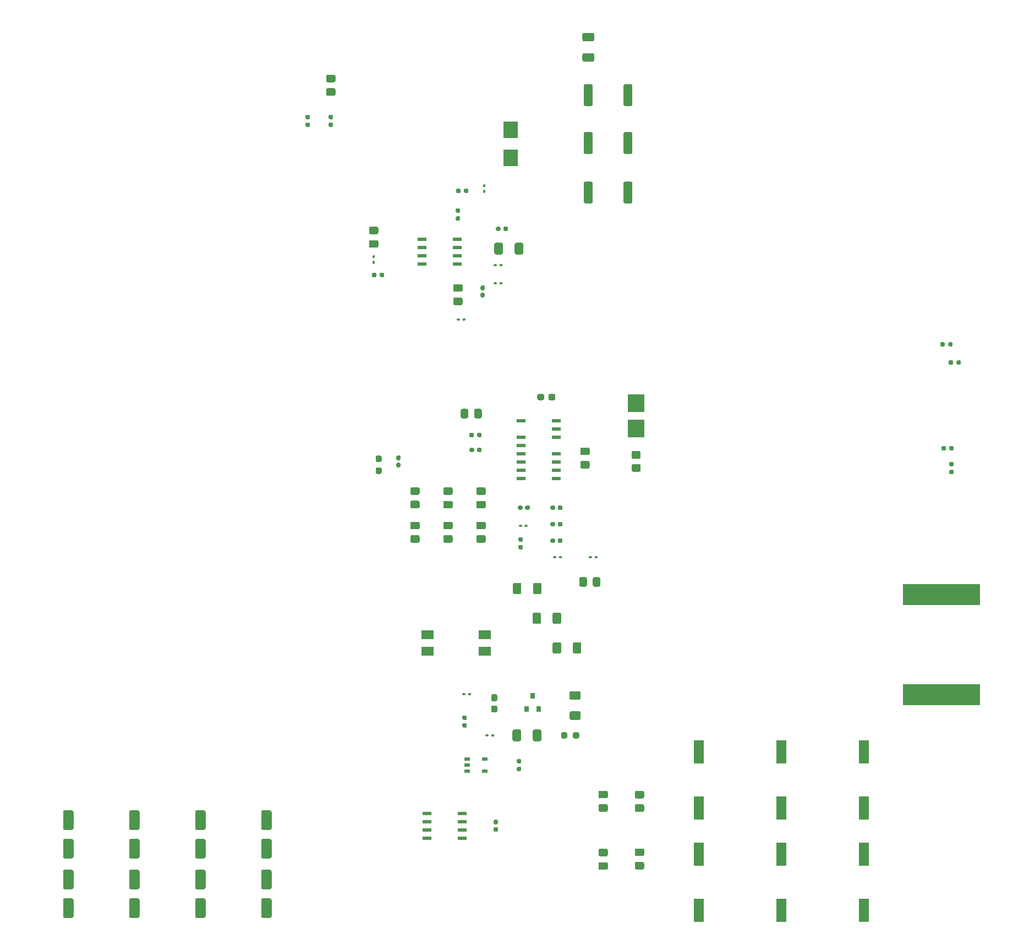
<source format=gbr>
%TF.GenerationSoftware,KiCad,Pcbnew,(5.1.8)-1*%
%TF.CreationDate,2021-03-07T20:35:29-08:00*%
%TF.ProjectId,KiCAD Simulations,4b694341-4420-4536-996d-756c6174696f,rev?*%
%TF.SameCoordinates,Original*%
%TF.FileFunction,Paste,Top*%
%TF.FilePolarity,Positive*%
%FSLAX46Y46*%
G04 Gerber Fmt 4.6, Leading zero omitted, Abs format (unit mm)*
G04 Created by KiCad (PCBNEW (5.1.8)-1) date 2021-03-07 20:35:29*
%MOMM*%
%LPD*%
G01*
G04 APERTURE LIST*
%ADD10R,11.912600X3.240799*%
%ADD11R,1.492199X3.600399*%
%ADD12R,0.972299X0.508000*%
%ADD13R,1.842999X1.447000*%
%ADD14R,1.454899X0.558000*%
%ADD15R,2.500000X2.710000*%
%ADD16R,0.800000X0.900000*%
%ADD17R,2.300000X2.500000*%
G04 APERTURE END LIST*
D10*
%TO.C,Lr1*%
X198374000Y-110944399D03*
X198374000Y-126291601D03*
%TD*%
%TO.C,Cout1*%
G36*
G01*
X144668001Y-25770000D02*
X143367999Y-25770000D01*
G75*
G02*
X143118000Y-25520001I0J249999D01*
G01*
X143118000Y-24694999D01*
G75*
G02*
X143367999Y-24445000I249999J0D01*
G01*
X144668001Y-24445000D01*
G75*
G02*
X144918000Y-24694999I0J-249999D01*
G01*
X144918000Y-25520001D01*
G75*
G02*
X144668001Y-25770000I-249999J0D01*
G01*
G37*
G36*
G01*
X144668001Y-28895000D02*
X143367999Y-28895000D01*
G75*
G02*
X143118000Y-28645001I0J249999D01*
G01*
X143118000Y-27819999D01*
G75*
G02*
X143367999Y-27570000I249999J0D01*
G01*
X144668001Y-27570000D01*
G75*
G02*
X144918000Y-27819999I0J-249999D01*
G01*
X144918000Y-28645001D01*
G75*
G02*
X144668001Y-28895000I-249999J0D01*
G01*
G37*
%TD*%
%TO.C,Rdrv2*%
G36*
G01*
X200646000Y-75344000D02*
X200646000Y-75024000D01*
G75*
G02*
X200806000Y-74864000I160000J0D01*
G01*
X201201000Y-74864000D01*
G75*
G02*
X201361000Y-75024000I0J-160000D01*
G01*
X201361000Y-75344000D01*
G75*
G02*
X201201000Y-75504000I-160000J0D01*
G01*
X200806000Y-75504000D01*
G75*
G02*
X200646000Y-75344000I0J160000D01*
G01*
G37*
G36*
G01*
X199451000Y-75344000D02*
X199451000Y-75024000D01*
G75*
G02*
X199611000Y-74864000I160000J0D01*
G01*
X200006000Y-74864000D01*
G75*
G02*
X200166000Y-75024000I0J-160000D01*
G01*
X200166000Y-75344000D01*
G75*
G02*
X200006000Y-75504000I-160000J0D01*
G01*
X199611000Y-75504000D01*
G75*
G02*
X199451000Y-75344000I0J160000D01*
G01*
G37*
%TD*%
%TO.C,Cvcr26*%
G36*
G01*
X127983000Y-95583500D02*
X127033000Y-95583500D01*
G75*
G02*
X126783000Y-95333500I0J250000D01*
G01*
X126783000Y-94658500D01*
G75*
G02*
X127033000Y-94408500I250000J0D01*
G01*
X127983000Y-94408500D01*
G75*
G02*
X128233000Y-94658500I0J-250000D01*
G01*
X128233000Y-95333500D01*
G75*
G02*
X127983000Y-95583500I-250000J0D01*
G01*
G37*
G36*
G01*
X127983000Y-97658500D02*
X127033000Y-97658500D01*
G75*
G02*
X126783000Y-97408500I0J250000D01*
G01*
X126783000Y-96733500D01*
G75*
G02*
X127033000Y-96483500I250000J0D01*
G01*
X127983000Y-96483500D01*
G75*
G02*
X128233000Y-96733500I0J-250000D01*
G01*
X128233000Y-97408500D01*
G75*
G02*
X127983000Y-97658500I-250000J0D01*
G01*
G37*
%TD*%
%TO.C,Cvcr25*%
G36*
G01*
X122903000Y-95583500D02*
X121953000Y-95583500D01*
G75*
G02*
X121703000Y-95333500I0J250000D01*
G01*
X121703000Y-94658500D01*
G75*
G02*
X121953000Y-94408500I250000J0D01*
G01*
X122903000Y-94408500D01*
G75*
G02*
X123153000Y-94658500I0J-250000D01*
G01*
X123153000Y-95333500D01*
G75*
G02*
X122903000Y-95583500I-250000J0D01*
G01*
G37*
G36*
G01*
X122903000Y-97658500D02*
X121953000Y-97658500D01*
G75*
G02*
X121703000Y-97408500I0J250000D01*
G01*
X121703000Y-96733500D01*
G75*
G02*
X121953000Y-96483500I250000J0D01*
G01*
X122903000Y-96483500D01*
G75*
G02*
X123153000Y-96733500I0J-250000D01*
G01*
X123153000Y-97408500D01*
G75*
G02*
X122903000Y-97658500I-250000J0D01*
G01*
G37*
%TD*%
%TO.C,Cvcr24*%
G36*
G01*
X117823000Y-95562000D02*
X116873000Y-95562000D01*
G75*
G02*
X116623000Y-95312000I0J250000D01*
G01*
X116623000Y-94637000D01*
G75*
G02*
X116873000Y-94387000I250000J0D01*
G01*
X117823000Y-94387000D01*
G75*
G02*
X118073000Y-94637000I0J-250000D01*
G01*
X118073000Y-95312000D01*
G75*
G02*
X117823000Y-95562000I-250000J0D01*
G01*
G37*
G36*
G01*
X117823000Y-97637000D02*
X116873000Y-97637000D01*
G75*
G02*
X116623000Y-97387000I0J250000D01*
G01*
X116623000Y-96712000D01*
G75*
G02*
X116873000Y-96462000I250000J0D01*
G01*
X117823000Y-96462000D01*
G75*
G02*
X118073000Y-96712000I0J-250000D01*
G01*
X118073000Y-97387000D01*
G75*
G02*
X117823000Y-97637000I-250000J0D01*
G01*
G37*
%TD*%
%TO.C,Cvcr23*%
G36*
G01*
X116873000Y-101774500D02*
X117823000Y-101774500D01*
G75*
G02*
X118073000Y-102024500I0J-250000D01*
G01*
X118073000Y-102699500D01*
G75*
G02*
X117823000Y-102949500I-250000J0D01*
G01*
X116873000Y-102949500D01*
G75*
G02*
X116623000Y-102699500I0J250000D01*
G01*
X116623000Y-102024500D01*
G75*
G02*
X116873000Y-101774500I250000J0D01*
G01*
G37*
G36*
G01*
X116873000Y-99699500D02*
X117823000Y-99699500D01*
G75*
G02*
X118073000Y-99949500I0J-250000D01*
G01*
X118073000Y-100624500D01*
G75*
G02*
X117823000Y-100874500I-250000J0D01*
G01*
X116873000Y-100874500D01*
G75*
G02*
X116623000Y-100624500I0J250000D01*
G01*
X116623000Y-99949500D01*
G75*
G02*
X116873000Y-99699500I250000J0D01*
G01*
G37*
%TD*%
%TO.C,Cvcr22*%
G36*
G01*
X121953000Y-101774500D02*
X122903000Y-101774500D01*
G75*
G02*
X123153000Y-102024500I0J-250000D01*
G01*
X123153000Y-102699500D01*
G75*
G02*
X122903000Y-102949500I-250000J0D01*
G01*
X121953000Y-102949500D01*
G75*
G02*
X121703000Y-102699500I0J250000D01*
G01*
X121703000Y-102024500D01*
G75*
G02*
X121953000Y-101774500I250000J0D01*
G01*
G37*
G36*
G01*
X121953000Y-99699500D02*
X122903000Y-99699500D01*
G75*
G02*
X123153000Y-99949500I0J-250000D01*
G01*
X123153000Y-100624500D01*
G75*
G02*
X122903000Y-100874500I-250000J0D01*
G01*
X121953000Y-100874500D01*
G75*
G02*
X121703000Y-100624500I0J250000D01*
G01*
X121703000Y-99949500D01*
G75*
G02*
X121953000Y-99699500I250000J0D01*
G01*
G37*
%TD*%
%TO.C,Cvcr21*%
G36*
G01*
X127033000Y-101774500D02*
X127983000Y-101774500D01*
G75*
G02*
X128233000Y-102024500I0J-250000D01*
G01*
X128233000Y-102699500D01*
G75*
G02*
X127983000Y-102949500I-250000J0D01*
G01*
X127033000Y-102949500D01*
G75*
G02*
X126783000Y-102699500I0J250000D01*
G01*
X126783000Y-102024500D01*
G75*
G02*
X127033000Y-101774500I250000J0D01*
G01*
G37*
G36*
G01*
X127033000Y-99699500D02*
X127983000Y-99699500D01*
G75*
G02*
X128233000Y-99949500I0J-250000D01*
G01*
X128233000Y-100624500D01*
G75*
G02*
X127983000Y-100874500I-250000J0D01*
G01*
X127033000Y-100874500D01*
G75*
G02*
X126783000Y-100624500I0J250000D01*
G01*
X126783000Y-99949500D01*
G75*
G02*
X127033000Y-99699500I250000J0D01*
G01*
G37*
%TD*%
%TO.C,Cvcc28*%
G36*
G01*
X63458000Y-157672000D02*
X64558000Y-157672000D01*
G75*
G02*
X64808000Y-157922000I0J-250000D01*
G01*
X64808000Y-160422000D01*
G75*
G02*
X64558000Y-160672000I-250000J0D01*
G01*
X63458000Y-160672000D01*
G75*
G02*
X63208000Y-160422000I0J250000D01*
G01*
X63208000Y-157922000D01*
G75*
G02*
X63458000Y-157672000I250000J0D01*
G01*
G37*
G36*
G01*
X63458000Y-153272000D02*
X64558000Y-153272000D01*
G75*
G02*
X64808000Y-153522000I0J-250000D01*
G01*
X64808000Y-156022000D01*
G75*
G02*
X64558000Y-156272000I-250000J0D01*
G01*
X63458000Y-156272000D01*
G75*
G02*
X63208000Y-156022000I0J250000D01*
G01*
X63208000Y-153522000D01*
G75*
G02*
X63458000Y-153272000I250000J0D01*
G01*
G37*
%TD*%
%TO.C,Cvcc27*%
G36*
G01*
X73618000Y-157672000D02*
X74718000Y-157672000D01*
G75*
G02*
X74968000Y-157922000I0J-250000D01*
G01*
X74968000Y-160422000D01*
G75*
G02*
X74718000Y-160672000I-250000J0D01*
G01*
X73618000Y-160672000D01*
G75*
G02*
X73368000Y-160422000I0J250000D01*
G01*
X73368000Y-157922000D01*
G75*
G02*
X73618000Y-157672000I250000J0D01*
G01*
G37*
G36*
G01*
X73618000Y-153272000D02*
X74718000Y-153272000D01*
G75*
G02*
X74968000Y-153522000I0J-250000D01*
G01*
X74968000Y-156022000D01*
G75*
G02*
X74718000Y-156272000I-250000J0D01*
G01*
X73618000Y-156272000D01*
G75*
G02*
X73368000Y-156022000I0J250000D01*
G01*
X73368000Y-153522000D01*
G75*
G02*
X73618000Y-153272000I250000J0D01*
G01*
G37*
%TD*%
%TO.C,Cvcc26*%
G36*
G01*
X83778000Y-157672000D02*
X84878000Y-157672000D01*
G75*
G02*
X85128000Y-157922000I0J-250000D01*
G01*
X85128000Y-160422000D01*
G75*
G02*
X84878000Y-160672000I-250000J0D01*
G01*
X83778000Y-160672000D01*
G75*
G02*
X83528000Y-160422000I0J250000D01*
G01*
X83528000Y-157922000D01*
G75*
G02*
X83778000Y-157672000I250000J0D01*
G01*
G37*
G36*
G01*
X83778000Y-153272000D02*
X84878000Y-153272000D01*
G75*
G02*
X85128000Y-153522000I0J-250000D01*
G01*
X85128000Y-156022000D01*
G75*
G02*
X84878000Y-156272000I-250000J0D01*
G01*
X83778000Y-156272000D01*
G75*
G02*
X83528000Y-156022000I0J250000D01*
G01*
X83528000Y-153522000D01*
G75*
G02*
X83778000Y-153272000I250000J0D01*
G01*
G37*
%TD*%
%TO.C,Cvcc25*%
G36*
G01*
X93938000Y-157672000D02*
X95038000Y-157672000D01*
G75*
G02*
X95288000Y-157922000I0J-250000D01*
G01*
X95288000Y-160422000D01*
G75*
G02*
X95038000Y-160672000I-250000J0D01*
G01*
X93938000Y-160672000D01*
G75*
G02*
X93688000Y-160422000I0J250000D01*
G01*
X93688000Y-157922000D01*
G75*
G02*
X93938000Y-157672000I250000J0D01*
G01*
G37*
G36*
G01*
X93938000Y-153272000D02*
X95038000Y-153272000D01*
G75*
G02*
X95288000Y-153522000I0J-250000D01*
G01*
X95288000Y-156022000D01*
G75*
G02*
X95038000Y-156272000I-250000J0D01*
G01*
X93938000Y-156272000D01*
G75*
G02*
X93688000Y-156022000I0J250000D01*
G01*
X93688000Y-153522000D01*
G75*
G02*
X93938000Y-153272000I250000J0D01*
G01*
G37*
%TD*%
%TO.C,Cvcc24*%
G36*
G01*
X95038000Y-147128000D02*
X93938000Y-147128000D01*
G75*
G02*
X93688000Y-146878000I0J250000D01*
G01*
X93688000Y-144378000D01*
G75*
G02*
X93938000Y-144128000I250000J0D01*
G01*
X95038000Y-144128000D01*
G75*
G02*
X95288000Y-144378000I0J-250000D01*
G01*
X95288000Y-146878000D01*
G75*
G02*
X95038000Y-147128000I-250000J0D01*
G01*
G37*
G36*
G01*
X95038000Y-151528000D02*
X93938000Y-151528000D01*
G75*
G02*
X93688000Y-151278000I0J250000D01*
G01*
X93688000Y-148778000D01*
G75*
G02*
X93938000Y-148528000I250000J0D01*
G01*
X95038000Y-148528000D01*
G75*
G02*
X95288000Y-148778000I0J-250000D01*
G01*
X95288000Y-151278000D01*
G75*
G02*
X95038000Y-151528000I-250000J0D01*
G01*
G37*
%TD*%
%TO.C,Cvcc23*%
G36*
G01*
X84878000Y-147128000D02*
X83778000Y-147128000D01*
G75*
G02*
X83528000Y-146878000I0J250000D01*
G01*
X83528000Y-144378000D01*
G75*
G02*
X83778000Y-144128000I250000J0D01*
G01*
X84878000Y-144128000D01*
G75*
G02*
X85128000Y-144378000I0J-250000D01*
G01*
X85128000Y-146878000D01*
G75*
G02*
X84878000Y-147128000I-250000J0D01*
G01*
G37*
G36*
G01*
X84878000Y-151528000D02*
X83778000Y-151528000D01*
G75*
G02*
X83528000Y-151278000I0J250000D01*
G01*
X83528000Y-148778000D01*
G75*
G02*
X83778000Y-148528000I250000J0D01*
G01*
X84878000Y-148528000D01*
G75*
G02*
X85128000Y-148778000I0J-250000D01*
G01*
X85128000Y-151278000D01*
G75*
G02*
X84878000Y-151528000I-250000J0D01*
G01*
G37*
%TD*%
%TO.C,Cvcc22*%
G36*
G01*
X74718000Y-147128000D02*
X73618000Y-147128000D01*
G75*
G02*
X73368000Y-146878000I0J250000D01*
G01*
X73368000Y-144378000D01*
G75*
G02*
X73618000Y-144128000I250000J0D01*
G01*
X74718000Y-144128000D01*
G75*
G02*
X74968000Y-144378000I0J-250000D01*
G01*
X74968000Y-146878000D01*
G75*
G02*
X74718000Y-147128000I-250000J0D01*
G01*
G37*
G36*
G01*
X74718000Y-151528000D02*
X73618000Y-151528000D01*
G75*
G02*
X73368000Y-151278000I0J250000D01*
G01*
X73368000Y-148778000D01*
G75*
G02*
X73618000Y-148528000I250000J0D01*
G01*
X74718000Y-148528000D01*
G75*
G02*
X74968000Y-148778000I0J-250000D01*
G01*
X74968000Y-151278000D01*
G75*
G02*
X74718000Y-151528000I-250000J0D01*
G01*
G37*
%TD*%
%TO.C,Cvcc21*%
G36*
G01*
X64558000Y-147128000D02*
X63458000Y-147128000D01*
G75*
G02*
X63208000Y-146878000I0J250000D01*
G01*
X63208000Y-144378000D01*
G75*
G02*
X63458000Y-144128000I250000J0D01*
G01*
X64558000Y-144128000D01*
G75*
G02*
X64808000Y-144378000I0J-250000D01*
G01*
X64808000Y-146878000D01*
G75*
G02*
X64558000Y-147128000I-250000J0D01*
G01*
G37*
G36*
G01*
X64558000Y-151528000D02*
X63458000Y-151528000D01*
G75*
G02*
X63208000Y-151278000I0J250000D01*
G01*
X63208000Y-148778000D01*
G75*
G02*
X63458000Y-148528000I250000J0D01*
G01*
X64558000Y-148528000D01*
G75*
G02*
X64808000Y-148778000I0J-250000D01*
G01*
X64808000Y-151278000D01*
G75*
G02*
X64558000Y-151528000I-250000J0D01*
G01*
G37*
%TD*%
%TO.C,Css13*%
G36*
G01*
X138932500Y-102461000D02*
X138932500Y-102771000D01*
G75*
G02*
X138777500Y-102926000I-155000J0D01*
G01*
X138352500Y-102926000D01*
G75*
G02*
X138197500Y-102771000I0J155000D01*
G01*
X138197500Y-102461000D01*
G75*
G02*
X138352500Y-102306000I155000J0D01*
G01*
X138777500Y-102306000D01*
G75*
G02*
X138932500Y-102461000I0J-155000D01*
G01*
G37*
G36*
G01*
X140067500Y-102461000D02*
X140067500Y-102771000D01*
G75*
G02*
X139912500Y-102926000I-155000J0D01*
G01*
X139487500Y-102926000D01*
G75*
G02*
X139332500Y-102771000I0J155000D01*
G01*
X139332500Y-102461000D01*
G75*
G02*
X139487500Y-102306000I155000J0D01*
G01*
X139912500Y-102306000D01*
G75*
G02*
X140067500Y-102461000I0J-155000D01*
G01*
G37*
%TD*%
%TO.C,Css12*%
G36*
G01*
X138932500Y-99921000D02*
X138932500Y-100231000D01*
G75*
G02*
X138777500Y-100386000I-155000J0D01*
G01*
X138352500Y-100386000D01*
G75*
G02*
X138197500Y-100231000I0J155000D01*
G01*
X138197500Y-99921000D01*
G75*
G02*
X138352500Y-99766000I155000J0D01*
G01*
X138777500Y-99766000D01*
G75*
G02*
X138932500Y-99921000I0J-155000D01*
G01*
G37*
G36*
G01*
X140067500Y-99921000D02*
X140067500Y-100231000D01*
G75*
G02*
X139912500Y-100386000I-155000J0D01*
G01*
X139487500Y-100386000D01*
G75*
G02*
X139332500Y-100231000I0J155000D01*
G01*
X139332500Y-99921000D01*
G75*
G02*
X139487500Y-99766000I155000J0D01*
G01*
X139912500Y-99766000D01*
G75*
G02*
X140067500Y-99921000I0J-155000D01*
G01*
G37*
%TD*%
%TO.C,Css11*%
G36*
G01*
X138932500Y-97381000D02*
X138932500Y-97691000D01*
G75*
G02*
X138777500Y-97846000I-155000J0D01*
G01*
X138352500Y-97846000D01*
G75*
G02*
X138197500Y-97691000I0J155000D01*
G01*
X138197500Y-97381000D01*
G75*
G02*
X138352500Y-97226000I155000J0D01*
G01*
X138777500Y-97226000D01*
G75*
G02*
X138932500Y-97381000I0J-155000D01*
G01*
G37*
G36*
G01*
X140067500Y-97381000D02*
X140067500Y-97691000D01*
G75*
G02*
X139912500Y-97846000I-155000J0D01*
G01*
X139487500Y-97846000D01*
G75*
G02*
X139332500Y-97691000I0J155000D01*
G01*
X139332500Y-97381000D01*
G75*
G02*
X139487500Y-97226000I155000J0D01*
G01*
X139912500Y-97226000D01*
G75*
G02*
X140067500Y-97381000I0J-155000D01*
G01*
G37*
%TD*%
%TO.C,Coutx24*%
G36*
G01*
X146779000Y-151209500D02*
X145829000Y-151209500D01*
G75*
G02*
X145579000Y-150959500I0J250000D01*
G01*
X145579000Y-150284500D01*
G75*
G02*
X145829000Y-150034500I250000J0D01*
G01*
X146779000Y-150034500D01*
G75*
G02*
X147029000Y-150284500I0J-250000D01*
G01*
X147029000Y-150959500D01*
G75*
G02*
X146779000Y-151209500I-250000J0D01*
G01*
G37*
G36*
G01*
X146779000Y-153284500D02*
X145829000Y-153284500D01*
G75*
G02*
X145579000Y-153034500I0J250000D01*
G01*
X145579000Y-152359500D01*
G75*
G02*
X145829000Y-152109500I250000J0D01*
G01*
X146779000Y-152109500D01*
G75*
G02*
X147029000Y-152359500I0J-250000D01*
G01*
X147029000Y-153034500D01*
G75*
G02*
X146779000Y-153284500I-250000J0D01*
G01*
G37*
%TD*%
%TO.C,Coutx23*%
G36*
G01*
X145829000Y-143176500D02*
X146779000Y-143176500D01*
G75*
G02*
X147029000Y-143426500I0J-250000D01*
G01*
X147029000Y-144101500D01*
G75*
G02*
X146779000Y-144351500I-250000J0D01*
G01*
X145829000Y-144351500D01*
G75*
G02*
X145579000Y-144101500I0J250000D01*
G01*
X145579000Y-143426500D01*
G75*
G02*
X145829000Y-143176500I250000J0D01*
G01*
G37*
G36*
G01*
X145829000Y-141101500D02*
X146779000Y-141101500D01*
G75*
G02*
X147029000Y-141351500I0J-250000D01*
G01*
X147029000Y-142026500D01*
G75*
G02*
X146779000Y-142276500I-250000J0D01*
G01*
X145829000Y-142276500D01*
G75*
G02*
X145579000Y-142026500I0J250000D01*
G01*
X145579000Y-141351500D01*
G75*
G02*
X145829000Y-141101500I250000J0D01*
G01*
G37*
%TD*%
%TO.C,Coutx21*%
G36*
G01*
X152367000Y-151166500D02*
X151417000Y-151166500D01*
G75*
G02*
X151167000Y-150916500I0J250000D01*
G01*
X151167000Y-150241500D01*
G75*
G02*
X151417000Y-149991500I250000J0D01*
G01*
X152367000Y-149991500D01*
G75*
G02*
X152617000Y-150241500I0J-250000D01*
G01*
X152617000Y-150916500D01*
G75*
G02*
X152367000Y-151166500I-250000J0D01*
G01*
G37*
G36*
G01*
X152367000Y-153241500D02*
X151417000Y-153241500D01*
G75*
G02*
X151167000Y-152991500I0J250000D01*
G01*
X151167000Y-152316500D01*
G75*
G02*
X151417000Y-152066500I250000J0D01*
G01*
X152367000Y-152066500D01*
G75*
G02*
X152617000Y-152316500I0J-250000D01*
G01*
X152617000Y-152991500D01*
G75*
G02*
X152367000Y-153241500I-250000J0D01*
G01*
G37*
%TD*%
D11*
%TO.C,Cout26*%
X161036000Y-150893500D03*
X161036000Y-159494500D03*
%TD*%
%TO.C,Cout25*%
X186436000Y-150893500D03*
X186436000Y-159494500D03*
%TD*%
%TO.C,Cout24*%
X173736000Y-150893500D03*
X173736000Y-159494500D03*
%TD*%
%TO.C,Cout23*%
X161036000Y-143746500D03*
X161036000Y-135145500D03*
%TD*%
%TO.C,Cout22*%
X173736000Y-143746500D03*
X173736000Y-135145500D03*
%TD*%
%TO.C,Cout21*%
X186436000Y-143746500D03*
X186436000Y-135145500D03*
%TD*%
D12*
%TO.C,UVR1*%
X128108451Y-136209999D03*
X128108451Y-138110001D03*
X125383549Y-138110001D03*
X125383549Y-137160000D03*
X125383549Y-136209999D03*
%TD*%
D13*
%TO.C,UO1*%
X128130300Y-117094000D03*
X128130300Y-119634000D03*
X119265700Y-119634000D03*
X119265700Y-117094000D03*
%TD*%
D14*
%TO.C,U2LLC1*%
X119198652Y-148463000D03*
X119198652Y-147193000D03*
X119198652Y-145923000D03*
X119198652Y-144653000D03*
X124641348Y-144653000D03*
X124641348Y-145923000D03*
X124641348Y-147193000D03*
X124641348Y-148463000D03*
%TD*%
%TO.C,U1LLC1*%
X139119348Y-84201000D03*
X139119348Y-85471000D03*
X139119348Y-86741000D03*
X139119348Y-89281000D03*
X139119348Y-90551000D03*
X139119348Y-91821000D03*
X139119348Y-93091000D03*
X133676652Y-93091000D03*
X133676652Y-91821000D03*
X133676652Y-90551000D03*
X133676652Y-89281000D03*
X133676652Y-88011000D03*
X133676652Y-86741000D03*
X133676652Y-84201000D03*
%TD*%
%TO.C,Rlimit1*%
G36*
G01*
X142611000Y-127090000D02*
X141361000Y-127090000D01*
G75*
G02*
X141111000Y-126840000I0J250000D01*
G01*
X141111000Y-126040000D01*
G75*
G02*
X141361000Y-125790000I250000J0D01*
G01*
X142611000Y-125790000D01*
G75*
G02*
X142861000Y-126040000I0J-250000D01*
G01*
X142861000Y-126840000D01*
G75*
G02*
X142611000Y-127090000I-250000J0D01*
G01*
G37*
G36*
G01*
X142611000Y-130190000D02*
X141361000Y-130190000D01*
G75*
G02*
X141111000Y-129940000I0J250000D01*
G01*
X141111000Y-129140000D01*
G75*
G02*
X141361000Y-128890000I250000J0D01*
G01*
X142611000Y-128890000D01*
G75*
G02*
X142861000Y-129140000I0J-250000D01*
G01*
X142861000Y-129940000D01*
G75*
G02*
X142611000Y-130190000I-250000J0D01*
G01*
G37*
%TD*%
%TO.C,Rled1*%
G36*
G01*
X125119000Y-126148000D02*
X125119000Y-126328000D01*
G75*
G02*
X125029000Y-126418000I-90000J0D01*
G01*
X124751000Y-126418000D01*
G75*
G02*
X124661000Y-126328000I0J90000D01*
G01*
X124661000Y-126148000D01*
G75*
G02*
X124751000Y-126058000I90000J0D01*
G01*
X125029000Y-126058000D01*
G75*
G02*
X125119000Y-126148000I0J-90000D01*
G01*
G37*
G36*
G01*
X125984000Y-126148000D02*
X125984000Y-126328000D01*
G75*
G02*
X125894000Y-126418000I-90000J0D01*
G01*
X125616000Y-126418000D01*
G75*
G02*
X125526000Y-126328000I0J90000D01*
G01*
X125526000Y-126148000D01*
G75*
G02*
X125616000Y-126058000I90000J0D01*
G01*
X125894000Y-126058000D01*
G75*
G02*
X125984000Y-126148000I0J-90000D01*
G01*
G37*
%TD*%
%TO.C,Risns1*%
G36*
G01*
X111522500Y-91357000D02*
X111997500Y-91357000D01*
G75*
G02*
X112235000Y-91594500I0J-237500D01*
G01*
X112235000Y-92094500D01*
G75*
G02*
X111997500Y-92332000I-237500J0D01*
G01*
X111522500Y-92332000D01*
G75*
G02*
X111285000Y-92094500I0J237500D01*
G01*
X111285000Y-91594500D01*
G75*
G02*
X111522500Y-91357000I237500J0D01*
G01*
G37*
G36*
G01*
X111522500Y-89532000D02*
X111997500Y-89532000D01*
G75*
G02*
X112235000Y-89769500I0J-237500D01*
G01*
X112235000Y-90269500D01*
G75*
G02*
X111997500Y-90507000I-237500J0D01*
G01*
X111522500Y-90507000D01*
G75*
G02*
X111285000Y-90269500I0J237500D01*
G01*
X111285000Y-89769500D01*
G75*
G02*
X111522500Y-89532000I237500J0D01*
G01*
G37*
%TD*%
%TO.C,Rfbt4*%
G36*
G01*
X140799000Y-132350500D02*
X140799000Y-132825500D01*
G75*
G02*
X140561500Y-133063000I-237500J0D01*
G01*
X140061500Y-133063000D01*
G75*
G02*
X139824000Y-132825500I0J237500D01*
G01*
X139824000Y-132350500D01*
G75*
G02*
X140061500Y-132113000I237500J0D01*
G01*
X140561500Y-132113000D01*
G75*
G02*
X140799000Y-132350500I0J-237500D01*
G01*
G37*
G36*
G01*
X142624000Y-132350500D02*
X142624000Y-132825500D01*
G75*
G02*
X142386500Y-133063000I-237500J0D01*
G01*
X141886500Y-133063000D01*
G75*
G02*
X141649000Y-132825500I0J237500D01*
G01*
X141649000Y-132350500D01*
G75*
G02*
X141886500Y-132113000I237500J0D01*
G01*
X142386500Y-132113000D01*
G75*
G02*
X142624000Y-132350500I0J-237500D01*
G01*
G37*
%TD*%
%TO.C,Rfbb2*%
G36*
G01*
X133510000Y-136920000D02*
X133190000Y-136920000D01*
G75*
G02*
X133030000Y-136760000I0J160000D01*
G01*
X133030000Y-136365000D01*
G75*
G02*
X133190000Y-136205000I160000J0D01*
G01*
X133510000Y-136205000D01*
G75*
G02*
X133670000Y-136365000I0J-160000D01*
G01*
X133670000Y-136760000D01*
G75*
G02*
X133510000Y-136920000I-160000J0D01*
G01*
G37*
G36*
G01*
X133510000Y-138115000D02*
X133190000Y-138115000D01*
G75*
G02*
X133030000Y-137955000I0J160000D01*
G01*
X133030000Y-137560000D01*
G75*
G02*
X133190000Y-137400000I160000J0D01*
G01*
X133510000Y-137400000D01*
G75*
G02*
X133670000Y-137560000I0J-160000D01*
G01*
X133670000Y-137955000D01*
G75*
G02*
X133510000Y-138115000I-160000J0D01*
G01*
G37*
%TD*%
%TO.C,Rcomp2*%
G36*
G01*
X128675000Y-132498000D02*
X128675000Y-132678000D01*
G75*
G02*
X128585000Y-132768000I-90000J0D01*
G01*
X128307000Y-132768000D01*
G75*
G02*
X128217000Y-132678000I0J90000D01*
G01*
X128217000Y-132498000D01*
G75*
G02*
X128307000Y-132408000I90000J0D01*
G01*
X128585000Y-132408000D01*
G75*
G02*
X128675000Y-132498000I0J-90000D01*
G01*
G37*
G36*
G01*
X129540000Y-132498000D02*
X129540000Y-132678000D01*
G75*
G02*
X129450000Y-132768000I-90000J0D01*
G01*
X129172000Y-132768000D01*
G75*
G02*
X129082000Y-132678000I0J90000D01*
G01*
X129082000Y-132498000D01*
G75*
G02*
X129172000Y-132408000I90000J0D01*
G01*
X129450000Y-132408000D01*
G75*
G02*
X129540000Y-132498000I0J-90000D01*
G01*
G37*
%TD*%
%TO.C,Rbias1*%
G36*
G01*
X125128000Y-130226500D02*
X124808000Y-130226500D01*
G75*
G02*
X124648000Y-130066500I0J160000D01*
G01*
X124648000Y-129671500D01*
G75*
G02*
X124808000Y-129511500I160000J0D01*
G01*
X125128000Y-129511500D01*
G75*
G02*
X125288000Y-129671500I0J-160000D01*
G01*
X125288000Y-130066500D01*
G75*
G02*
X125128000Y-130226500I-160000J0D01*
G01*
G37*
G36*
G01*
X125128000Y-131421500D02*
X124808000Y-131421500D01*
G75*
G02*
X124648000Y-131261500I0J160000D01*
G01*
X124648000Y-130866500D01*
G75*
G02*
X124808000Y-130706500I160000J0D01*
G01*
X125128000Y-130706500D01*
G75*
G02*
X125288000Y-130866500I0J-160000D01*
G01*
X125288000Y-131261500D01*
G75*
G02*
X125128000Y-131421500I-160000J0D01*
G01*
G37*
%TD*%
D15*
%TO.C,Dboot1*%
X151384000Y-85344000D03*
X151384000Y-81464000D03*
%TD*%
%TO.C,Cz1*%
G36*
G01*
X129302500Y-127986500D02*
X129777500Y-127986500D01*
G75*
G02*
X130015000Y-128224000I0J-237500D01*
G01*
X130015000Y-128824000D01*
G75*
G02*
X129777500Y-129061500I-237500J0D01*
G01*
X129302500Y-129061500D01*
G75*
G02*
X129065000Y-128824000I0J237500D01*
G01*
X129065000Y-128224000D01*
G75*
G02*
X129302500Y-127986500I237500J0D01*
G01*
G37*
G36*
G01*
X129302500Y-126261500D02*
X129777500Y-126261500D01*
G75*
G02*
X130015000Y-126499000I0J-237500D01*
G01*
X130015000Y-127099000D01*
G75*
G02*
X129777500Y-127336500I-237500J0D01*
G01*
X129302500Y-127336500D01*
G75*
G02*
X129065000Y-127099000I0J237500D01*
G01*
X129065000Y-126499000D01*
G75*
G02*
X129302500Y-126261500I237500J0D01*
G01*
G37*
%TD*%
%TO.C,Coutx22*%
G36*
G01*
X151417000Y-143198000D02*
X152367000Y-143198000D01*
G75*
G02*
X152617000Y-143448000I0J-250000D01*
G01*
X152617000Y-144123000D01*
G75*
G02*
X152367000Y-144373000I-250000J0D01*
G01*
X151417000Y-144373000D01*
G75*
G02*
X151167000Y-144123000I0J250000D01*
G01*
X151167000Y-143448000D01*
G75*
G02*
X151417000Y-143198000I250000J0D01*
G01*
G37*
G36*
G01*
X151417000Y-141123000D02*
X152367000Y-141123000D01*
G75*
G02*
X152617000Y-141373000I0J-250000D01*
G01*
X152617000Y-142048000D01*
G75*
G02*
X152367000Y-142298000I-250000J0D01*
G01*
X151417000Y-142298000D01*
G75*
G02*
X151167000Y-142048000I0J250000D01*
G01*
X151167000Y-141373000D01*
G75*
G02*
X151417000Y-141123000I250000J0D01*
G01*
G37*
%TD*%
%TO.C,Ccomp3*%
G36*
G01*
X133681500Y-131937999D02*
X133681500Y-133238001D01*
G75*
G02*
X133431501Y-133488000I-249999J0D01*
G01*
X132606499Y-133488000D01*
G75*
G02*
X132356500Y-133238001I0J249999D01*
G01*
X132356500Y-131937999D01*
G75*
G02*
X132606499Y-131688000I249999J0D01*
G01*
X133431501Y-131688000D01*
G75*
G02*
X133681500Y-131937999I0J-249999D01*
G01*
G37*
G36*
G01*
X136806500Y-131937999D02*
X136806500Y-133238001D01*
G75*
G02*
X136556501Y-133488000I-249999J0D01*
G01*
X135731499Y-133488000D01*
G75*
G02*
X135481500Y-133238001I0J249999D01*
G01*
X135481500Y-131937999D01*
G75*
G02*
X135731499Y-131688000I249999J0D01*
G01*
X136556501Y-131688000D01*
G75*
G02*
X136806500Y-131937999I0J-249999D01*
G01*
G37*
%TD*%
%TO.C,Cboot1*%
G36*
G01*
X137242500Y-80280500D02*
X137242500Y-80755500D01*
G75*
G02*
X137005000Y-80993000I-237500J0D01*
G01*
X136405000Y-80993000D01*
G75*
G02*
X136167500Y-80755500I0J237500D01*
G01*
X136167500Y-80280500D01*
G75*
G02*
X136405000Y-80043000I237500J0D01*
G01*
X137005000Y-80043000D01*
G75*
G02*
X137242500Y-80280500I0J-237500D01*
G01*
G37*
G36*
G01*
X138967500Y-80280500D02*
X138967500Y-80755500D01*
G75*
G02*
X138730000Y-80993000I-237500J0D01*
G01*
X138130000Y-80993000D01*
G75*
G02*
X137892500Y-80755500I0J237500D01*
G01*
X137892500Y-80280500D01*
G75*
G02*
X138130000Y-80043000I237500J0D01*
G01*
X138730000Y-80043000D01*
G75*
G02*
X138967500Y-80280500I0J-237500D01*
G01*
G37*
%TD*%
%TO.C,Rvcc2*%
G36*
G01*
X139089000Y-105066000D02*
X139089000Y-105246000D01*
G75*
G02*
X138999000Y-105336000I-90000J0D01*
G01*
X138721000Y-105336000D01*
G75*
G02*
X138631000Y-105246000I0J90000D01*
G01*
X138631000Y-105066000D01*
G75*
G02*
X138721000Y-104976000I90000J0D01*
G01*
X138999000Y-104976000D01*
G75*
G02*
X139089000Y-105066000I0J-90000D01*
G01*
G37*
G36*
G01*
X139954000Y-105066000D02*
X139954000Y-105246000D01*
G75*
G02*
X139864000Y-105336000I-90000J0D01*
G01*
X139586000Y-105336000D01*
G75*
G02*
X139496000Y-105246000I0J90000D01*
G01*
X139496000Y-105066000D01*
G75*
G02*
X139586000Y-104976000I90000J0D01*
G01*
X139864000Y-104976000D01*
G75*
G02*
X139954000Y-105066000I0J-90000D01*
G01*
G37*
%TD*%
%TO.C,Rvcc1*%
G36*
G01*
X144576500Y-105066000D02*
X144576500Y-105246000D01*
G75*
G02*
X144486500Y-105336000I-90000J0D01*
G01*
X144208500Y-105336000D01*
G75*
G02*
X144118500Y-105246000I0J90000D01*
G01*
X144118500Y-105066000D01*
G75*
G02*
X144208500Y-104976000I90000J0D01*
G01*
X144486500Y-104976000D01*
G75*
G02*
X144576500Y-105066000I0J-90000D01*
G01*
G37*
G36*
G01*
X145441500Y-105066000D02*
X145441500Y-105246000D01*
G75*
G02*
X145351500Y-105336000I-90000J0D01*
G01*
X145073500Y-105336000D01*
G75*
G02*
X144983500Y-105246000I0J90000D01*
G01*
X144983500Y-105066000D01*
G75*
G02*
X145073500Y-104976000I90000J0D01*
G01*
X145351500Y-104976000D01*
G75*
G02*
X145441500Y-105066000I0J-90000D01*
G01*
G37*
%TD*%
%TO.C,Rho1*%
G36*
G01*
X199540500Y-88552000D02*
X199540500Y-88232000D01*
G75*
G02*
X199700500Y-88072000I160000J0D01*
G01*
X200095500Y-88072000D01*
G75*
G02*
X200255500Y-88232000I0J-160000D01*
G01*
X200255500Y-88552000D01*
G75*
G02*
X200095500Y-88712000I-160000J0D01*
G01*
X199700500Y-88712000D01*
G75*
G02*
X199540500Y-88552000I0J160000D01*
G01*
G37*
G36*
G01*
X198345500Y-88552000D02*
X198345500Y-88232000D01*
G75*
G02*
X198505500Y-88072000I160000J0D01*
G01*
X198900500Y-88072000D01*
G75*
G02*
X199060500Y-88232000I0J-160000D01*
G01*
X199060500Y-88552000D01*
G75*
G02*
X198900500Y-88712000I-160000J0D01*
G01*
X198505500Y-88712000D01*
G75*
G02*
X198345500Y-88552000I0J160000D01*
G01*
G37*
%TD*%
%TO.C,Rlo1*%
G36*
G01*
X199376000Y-72550000D02*
X199376000Y-72230000D01*
G75*
G02*
X199536000Y-72070000I160000J0D01*
G01*
X199931000Y-72070000D01*
G75*
G02*
X200091000Y-72230000I0J-160000D01*
G01*
X200091000Y-72550000D01*
G75*
G02*
X199931000Y-72710000I-160000J0D01*
G01*
X199536000Y-72710000D01*
G75*
G02*
X199376000Y-72550000I0J160000D01*
G01*
G37*
G36*
G01*
X198181000Y-72550000D02*
X198181000Y-72230000D01*
G75*
G02*
X198341000Y-72070000I160000J0D01*
G01*
X198736000Y-72070000D01*
G75*
G02*
X198896000Y-72230000I0J-160000D01*
G01*
X198896000Y-72550000D01*
G75*
G02*
X198736000Y-72710000I-160000J0D01*
G01*
X198341000Y-72710000D01*
G75*
G02*
X198181000Y-72550000I0J160000D01*
G01*
G37*
%TD*%
%TO.C,Rdrv1*%
G36*
G01*
X199738000Y-91680000D02*
X200058000Y-91680000D01*
G75*
G02*
X200218000Y-91840000I0J-160000D01*
G01*
X200218000Y-92235000D01*
G75*
G02*
X200058000Y-92395000I-160000J0D01*
G01*
X199738000Y-92395000D01*
G75*
G02*
X199578000Y-92235000I0J160000D01*
G01*
X199578000Y-91840000D01*
G75*
G02*
X199738000Y-91680000I160000J0D01*
G01*
G37*
G36*
G01*
X199738000Y-90485000D02*
X200058000Y-90485000D01*
G75*
G02*
X200218000Y-90645000I0J-160000D01*
G01*
X200218000Y-91040000D01*
G75*
G02*
X200058000Y-91200000I-160000J0D01*
G01*
X199738000Y-91200000D01*
G75*
G02*
X199578000Y-91040000I0J160000D01*
G01*
X199578000Y-90645000D01*
G75*
G02*
X199738000Y-90485000I160000J0D01*
G01*
G37*
%TD*%
%TO.C,Rbw2*%
G36*
G01*
X134215000Y-100420000D02*
X134215000Y-100240000D01*
G75*
G02*
X134305000Y-100150000I90000J0D01*
G01*
X134583000Y-100150000D01*
G75*
G02*
X134673000Y-100240000I0J-90000D01*
G01*
X134673000Y-100420000D01*
G75*
G02*
X134583000Y-100510000I-90000J0D01*
G01*
X134305000Y-100510000D01*
G75*
G02*
X134215000Y-100420000I0J90000D01*
G01*
G37*
G36*
G01*
X133350000Y-100420000D02*
X133350000Y-100240000D01*
G75*
G02*
X133440000Y-100150000I90000J0D01*
G01*
X133718000Y-100150000D01*
G75*
G02*
X133808000Y-100240000I0J-90000D01*
G01*
X133808000Y-100420000D01*
G75*
G02*
X133718000Y-100510000I-90000J0D01*
G01*
X133440000Y-100510000D01*
G75*
G02*
X133350000Y-100420000I0J90000D01*
G01*
G37*
%TD*%
%TO.C,Rbw1*%
G36*
G01*
X133764000Y-102794500D02*
X133444000Y-102794500D01*
G75*
G02*
X133284000Y-102634500I0J160000D01*
G01*
X133284000Y-102239500D01*
G75*
G02*
X133444000Y-102079500I160000J0D01*
G01*
X133764000Y-102079500D01*
G75*
G02*
X133924000Y-102239500I0J-160000D01*
G01*
X133924000Y-102634500D01*
G75*
G02*
X133764000Y-102794500I-160000J0D01*
G01*
G37*
G36*
G01*
X133764000Y-103989500D02*
X133444000Y-103989500D01*
G75*
G02*
X133284000Y-103829500I0J160000D01*
G01*
X133284000Y-103434500D01*
G75*
G02*
X133444000Y-103274500I160000J0D01*
G01*
X133764000Y-103274500D01*
G75*
G02*
X133924000Y-103434500I0J-160000D01*
G01*
X133924000Y-103829500D01*
G75*
G02*
X133764000Y-103989500I-160000J0D01*
G01*
G37*
%TD*%
%TO.C,Rboot1*%
G36*
G01*
X150933999Y-90808000D02*
X151834001Y-90808000D01*
G75*
G02*
X152084000Y-91057999I0J-249999D01*
G01*
X152084000Y-91758001D01*
G75*
G02*
X151834001Y-92008000I-249999J0D01*
G01*
X150933999Y-92008000D01*
G75*
G02*
X150684000Y-91758001I0J249999D01*
G01*
X150684000Y-91057999D01*
G75*
G02*
X150933999Y-90808000I249999J0D01*
G01*
G37*
G36*
G01*
X150933999Y-88808000D02*
X151834001Y-88808000D01*
G75*
G02*
X152084000Y-89057999I0J-249999D01*
G01*
X152084000Y-89758001D01*
G75*
G02*
X151834001Y-90008000I-249999J0D01*
G01*
X150933999Y-90008000D01*
G75*
G02*
X150684000Y-89758001I0J249999D01*
G01*
X150684000Y-89057999D01*
G75*
G02*
X150933999Y-88808000I249999J0D01*
G01*
G37*
%TD*%
%TO.C,R28*%
G36*
G01*
X136742000Y-113929000D02*
X136742000Y-115179000D01*
G75*
G02*
X136492000Y-115429000I-250000J0D01*
G01*
X135692000Y-115429000D01*
G75*
G02*
X135442000Y-115179000I0J250000D01*
G01*
X135442000Y-113929000D01*
G75*
G02*
X135692000Y-113679000I250000J0D01*
G01*
X136492000Y-113679000D01*
G75*
G02*
X136742000Y-113929000I0J-250000D01*
G01*
G37*
G36*
G01*
X139842000Y-113929000D02*
X139842000Y-115179000D01*
G75*
G02*
X139592000Y-115429000I-250000J0D01*
G01*
X138792000Y-115429000D01*
G75*
G02*
X138542000Y-115179000I0J250000D01*
G01*
X138542000Y-113929000D01*
G75*
G02*
X138792000Y-113679000I250000J0D01*
G01*
X139592000Y-113679000D01*
G75*
G02*
X139842000Y-113929000I0J-250000D01*
G01*
G37*
%TD*%
%TO.C,R27*%
G36*
G01*
X133720000Y-109357000D02*
X133720000Y-110607000D01*
G75*
G02*
X133470000Y-110857000I-250000J0D01*
G01*
X132670000Y-110857000D01*
G75*
G02*
X132420000Y-110607000I0J250000D01*
G01*
X132420000Y-109357000D01*
G75*
G02*
X132670000Y-109107000I250000J0D01*
G01*
X133470000Y-109107000D01*
G75*
G02*
X133720000Y-109357000I0J-250000D01*
G01*
G37*
G36*
G01*
X136820000Y-109357000D02*
X136820000Y-110607000D01*
G75*
G02*
X136570000Y-110857000I-250000J0D01*
G01*
X135770000Y-110857000D01*
G75*
G02*
X135520000Y-110607000I0J250000D01*
G01*
X135520000Y-109357000D01*
G75*
G02*
X135770000Y-109107000I250000J0D01*
G01*
X136570000Y-109107000D01*
G75*
G02*
X136820000Y-109357000I0J-250000D01*
G01*
G37*
%TD*%
%TO.C,R20*%
G36*
G01*
X139842000Y-118501000D02*
X139842000Y-119751000D01*
G75*
G02*
X139592000Y-120001000I-250000J0D01*
G01*
X138792000Y-120001000D01*
G75*
G02*
X138542000Y-119751000I0J250000D01*
G01*
X138542000Y-118501000D01*
G75*
G02*
X138792000Y-118251000I250000J0D01*
G01*
X139592000Y-118251000D01*
G75*
G02*
X139842000Y-118501000I0J-250000D01*
G01*
G37*
G36*
G01*
X142942000Y-118501000D02*
X142942000Y-119751000D01*
G75*
G02*
X142692000Y-120001000I-250000J0D01*
G01*
X141892000Y-120001000D01*
G75*
G02*
X141642000Y-119751000I0J250000D01*
G01*
X141642000Y-118501000D01*
G75*
G02*
X141892000Y-118251000I250000J0D01*
G01*
X142692000Y-118251000D01*
G75*
G02*
X142942000Y-118501000I0J-250000D01*
G01*
G37*
%TD*%
%TO.C,R19*%
G36*
G01*
X126416500Y-86200000D02*
X126416500Y-86520000D01*
G75*
G02*
X126256500Y-86680000I-160000J0D01*
G01*
X125861500Y-86680000D01*
G75*
G02*
X125701500Y-86520000I0J160000D01*
G01*
X125701500Y-86200000D01*
G75*
G02*
X125861500Y-86040000I160000J0D01*
G01*
X126256500Y-86040000D01*
G75*
G02*
X126416500Y-86200000I0J-160000D01*
G01*
G37*
G36*
G01*
X127611500Y-86200000D02*
X127611500Y-86520000D01*
G75*
G02*
X127451500Y-86680000I-160000J0D01*
G01*
X127056500Y-86680000D01*
G75*
G02*
X126896500Y-86520000I0J160000D01*
G01*
X126896500Y-86200000D01*
G75*
G02*
X127056500Y-86040000I160000J0D01*
G01*
X127451500Y-86040000D01*
G75*
G02*
X127611500Y-86200000I0J-160000D01*
G01*
G37*
%TD*%
D16*
%TO.C,Dz1*%
X135448000Y-126524000D03*
X136398000Y-128524000D03*
X134498000Y-128524000D03*
%TD*%
%TO.C,Cvrcc1*%
G36*
G01*
X143035000Y-90344500D02*
X143985000Y-90344500D01*
G75*
G02*
X144235000Y-90594500I0J-250000D01*
G01*
X144235000Y-91269500D01*
G75*
G02*
X143985000Y-91519500I-250000J0D01*
G01*
X143035000Y-91519500D01*
G75*
G02*
X142785000Y-91269500I0J250000D01*
G01*
X142785000Y-90594500D01*
G75*
G02*
X143035000Y-90344500I250000J0D01*
G01*
G37*
G36*
G01*
X143035000Y-88269500D02*
X143985000Y-88269500D01*
G75*
G02*
X144235000Y-88519500I0J-250000D01*
G01*
X144235000Y-89194500D01*
G75*
G02*
X143985000Y-89444500I-250000J0D01*
G01*
X143035000Y-89444500D01*
G75*
G02*
X142785000Y-89194500I0J250000D01*
G01*
X142785000Y-88519500D01*
G75*
G02*
X143035000Y-88269500I250000J0D01*
G01*
G37*
%TD*%
%TO.C,Cvcc3*%
G36*
G01*
X125555500Y-82583000D02*
X125555500Y-83533000D01*
G75*
G02*
X125305500Y-83783000I-250000J0D01*
G01*
X124630500Y-83783000D01*
G75*
G02*
X124380500Y-83533000I0J250000D01*
G01*
X124380500Y-82583000D01*
G75*
G02*
X124630500Y-82333000I250000J0D01*
G01*
X125305500Y-82333000D01*
G75*
G02*
X125555500Y-82583000I0J-250000D01*
G01*
G37*
G36*
G01*
X127630500Y-82583000D02*
X127630500Y-83533000D01*
G75*
G02*
X127380500Y-83783000I-250000J0D01*
G01*
X126705500Y-83783000D01*
G75*
G02*
X126455500Y-83533000I0J250000D01*
G01*
X126455500Y-82583000D01*
G75*
G02*
X126705500Y-82333000I250000J0D01*
G01*
X127380500Y-82333000D01*
G75*
G02*
X127630500Y-82583000I0J-250000D01*
G01*
G37*
%TD*%
%TO.C,Crvcc2*%
G36*
G01*
X143800500Y-108491000D02*
X143800500Y-109441000D01*
G75*
G02*
X143550500Y-109691000I-250000J0D01*
G01*
X142875500Y-109691000D01*
G75*
G02*
X142625500Y-109441000I0J250000D01*
G01*
X142625500Y-108491000D01*
G75*
G02*
X142875500Y-108241000I250000J0D01*
G01*
X143550500Y-108241000D01*
G75*
G02*
X143800500Y-108491000I0J-250000D01*
G01*
G37*
G36*
G01*
X145875500Y-108491000D02*
X145875500Y-109441000D01*
G75*
G02*
X145625500Y-109691000I-250000J0D01*
G01*
X144950500Y-109691000D01*
G75*
G02*
X144700500Y-109441000I0J250000D01*
G01*
X144700500Y-108491000D01*
G75*
G02*
X144950500Y-108241000I250000J0D01*
G01*
X145625500Y-108241000D01*
G75*
G02*
X145875500Y-108491000I0J-250000D01*
G01*
G37*
%TD*%
%TO.C,Creg1*%
G36*
G01*
X129639000Y-146698500D02*
X129949000Y-146698500D01*
G75*
G02*
X130104000Y-146853500I0J-155000D01*
G01*
X130104000Y-147278500D01*
G75*
G02*
X129949000Y-147433500I-155000J0D01*
G01*
X129639000Y-147433500D01*
G75*
G02*
X129484000Y-147278500I0J155000D01*
G01*
X129484000Y-146853500D01*
G75*
G02*
X129639000Y-146698500I155000J0D01*
G01*
G37*
G36*
G01*
X129639000Y-145563500D02*
X129949000Y-145563500D01*
G75*
G02*
X130104000Y-145718500I0J-155000D01*
G01*
X130104000Y-146143500D01*
G75*
G02*
X129949000Y-146298500I-155000J0D01*
G01*
X129639000Y-146298500D01*
G75*
G02*
X129484000Y-146143500I0J155000D01*
G01*
X129484000Y-145718500D01*
G75*
G02*
X129639000Y-145563500I155000J0D01*
G01*
G37*
%TD*%
%TO.C,Cisns1*%
G36*
G01*
X114653000Y-90624000D02*
X114963000Y-90624000D01*
G75*
G02*
X115118000Y-90779000I0J-155000D01*
G01*
X115118000Y-91204000D01*
G75*
G02*
X114963000Y-91359000I-155000J0D01*
G01*
X114653000Y-91359000D01*
G75*
G02*
X114498000Y-91204000I0J155000D01*
G01*
X114498000Y-90779000D01*
G75*
G02*
X114653000Y-90624000I155000J0D01*
G01*
G37*
G36*
G01*
X114653000Y-89489000D02*
X114963000Y-89489000D01*
G75*
G02*
X115118000Y-89644000I0J-155000D01*
G01*
X115118000Y-90069000D01*
G75*
G02*
X114963000Y-90224000I-155000J0D01*
G01*
X114653000Y-90224000D01*
G75*
G02*
X114498000Y-90069000I0J155000D01*
G01*
X114498000Y-89644000D01*
G75*
G02*
X114653000Y-89489000I155000J0D01*
G01*
G37*
%TD*%
%TO.C,Cbw1*%
G36*
G01*
X134312000Y-97691000D02*
X134312000Y-97381000D01*
G75*
G02*
X134467000Y-97226000I155000J0D01*
G01*
X134892000Y-97226000D01*
G75*
G02*
X135047000Y-97381000I0J-155000D01*
G01*
X135047000Y-97691000D01*
G75*
G02*
X134892000Y-97846000I-155000J0D01*
G01*
X134467000Y-97846000D01*
G75*
G02*
X134312000Y-97691000I0J155000D01*
G01*
G37*
G36*
G01*
X133177000Y-97691000D02*
X133177000Y-97381000D01*
G75*
G02*
X133332000Y-97226000I155000J0D01*
G01*
X133757000Y-97226000D01*
G75*
G02*
X133912000Y-97381000I0J-155000D01*
G01*
X133912000Y-97691000D01*
G75*
G02*
X133757000Y-97846000I-155000J0D01*
G01*
X133332000Y-97846000D01*
G75*
G02*
X133177000Y-97691000I0J155000D01*
G01*
G37*
%TD*%
%TO.C,C16*%
G36*
G01*
X126486500Y-88491000D02*
X126486500Y-88801000D01*
G75*
G02*
X126331500Y-88956000I-155000J0D01*
G01*
X125906500Y-88956000D01*
G75*
G02*
X125751500Y-88801000I0J155000D01*
G01*
X125751500Y-88491000D01*
G75*
G02*
X125906500Y-88336000I155000J0D01*
G01*
X126331500Y-88336000D01*
G75*
G02*
X126486500Y-88491000I0J-155000D01*
G01*
G37*
G36*
G01*
X127621500Y-88491000D02*
X127621500Y-88801000D01*
G75*
G02*
X127466500Y-88956000I-155000J0D01*
G01*
X127041500Y-88956000D01*
G75*
G02*
X126886500Y-88801000I0J155000D01*
G01*
X126886500Y-88491000D01*
G75*
G02*
X127041500Y-88336000I155000J0D01*
G01*
X127466500Y-88336000D01*
G75*
G02*
X127621500Y-88491000I0J-155000D01*
G01*
G37*
%TD*%
D14*
%TO.C,U1*%
X123879348Y-56261000D03*
X123879348Y-57531000D03*
X123879348Y-58801000D03*
X123879348Y-60071000D03*
X118436652Y-60071000D03*
X118436652Y-58801000D03*
X118436652Y-57531000D03*
X118436652Y-56261000D03*
%TD*%
%TO.C,Risense1*%
G36*
G01*
X100998000Y-37770500D02*
X100678000Y-37770500D01*
G75*
G02*
X100518000Y-37610500I0J160000D01*
G01*
X100518000Y-37215500D01*
G75*
G02*
X100678000Y-37055500I160000J0D01*
G01*
X100998000Y-37055500D01*
G75*
G02*
X101158000Y-37215500I0J-160000D01*
G01*
X101158000Y-37610500D01*
G75*
G02*
X100998000Y-37770500I-160000J0D01*
G01*
G37*
G36*
G01*
X100998000Y-38965500D02*
X100678000Y-38965500D01*
G75*
G02*
X100518000Y-38805500I0J160000D01*
G01*
X100518000Y-38410500D01*
G75*
G02*
X100678000Y-38250500I160000J0D01*
G01*
X100998000Y-38250500D01*
G75*
G02*
X101158000Y-38410500I0J-160000D01*
G01*
X101158000Y-38805500D01*
G75*
G02*
X100998000Y-38965500I-160000J0D01*
G01*
G37*
%TD*%
%TO.C,Rgate3*%
G36*
G01*
X123792000Y-52653500D02*
X124112000Y-52653500D01*
G75*
G02*
X124272000Y-52813500I0J-160000D01*
G01*
X124272000Y-53208500D01*
G75*
G02*
X124112000Y-53368500I-160000J0D01*
G01*
X123792000Y-53368500D01*
G75*
G02*
X123632000Y-53208500I0J160000D01*
G01*
X123632000Y-52813500D01*
G75*
G02*
X123792000Y-52653500I160000J0D01*
G01*
G37*
G36*
G01*
X123792000Y-51458500D02*
X124112000Y-51458500D01*
G75*
G02*
X124272000Y-51618500I0J-160000D01*
G01*
X124272000Y-52013500D01*
G75*
G02*
X124112000Y-52173500I-160000J0D01*
G01*
X123792000Y-52173500D01*
G75*
G02*
X123632000Y-52013500I0J160000D01*
G01*
X123632000Y-51618500D01*
G75*
G02*
X123792000Y-51458500I160000J0D01*
G01*
G37*
%TD*%
%TO.C,Rgate2*%
G36*
G01*
X128106000Y-48210000D02*
X127926000Y-48210000D01*
G75*
G02*
X127836000Y-48120000I0J90000D01*
G01*
X127836000Y-47842000D01*
G75*
G02*
X127926000Y-47752000I90000J0D01*
G01*
X128106000Y-47752000D01*
G75*
G02*
X128196000Y-47842000I0J-90000D01*
G01*
X128196000Y-48120000D01*
G75*
G02*
X128106000Y-48210000I-90000J0D01*
G01*
G37*
G36*
G01*
X128106000Y-49075000D02*
X127926000Y-49075000D01*
G75*
G02*
X127836000Y-48985000I0J90000D01*
G01*
X127836000Y-48707000D01*
G75*
G02*
X127926000Y-48617000I90000J0D01*
G01*
X128106000Y-48617000D01*
G75*
G02*
X128196000Y-48707000I0J-90000D01*
G01*
X128196000Y-48985000D01*
G75*
G02*
X128106000Y-49075000I-90000J0D01*
G01*
G37*
%TD*%
%TO.C,Rgate1*%
G36*
G01*
X124864500Y-48928000D02*
X124864500Y-48608000D01*
G75*
G02*
X125024500Y-48448000I160000J0D01*
G01*
X125419500Y-48448000D01*
G75*
G02*
X125579500Y-48608000I0J-160000D01*
G01*
X125579500Y-48928000D01*
G75*
G02*
X125419500Y-49088000I-160000J0D01*
G01*
X125024500Y-49088000D01*
G75*
G02*
X124864500Y-48928000I0J160000D01*
G01*
G37*
G36*
G01*
X123669500Y-48928000D02*
X123669500Y-48608000D01*
G75*
G02*
X123829500Y-48448000I160000J0D01*
G01*
X124224500Y-48448000D01*
G75*
G02*
X124384500Y-48608000I0J-160000D01*
G01*
X124384500Y-48928000D01*
G75*
G02*
X124224500Y-49088000I-160000J0D01*
G01*
X123829500Y-49088000D01*
G75*
G02*
X123669500Y-48928000I0J160000D01*
G01*
G37*
%TD*%
%TO.C,Rfreq1*%
G36*
G01*
X111430500Y-61562000D02*
X111430500Y-61882000D01*
G75*
G02*
X111270500Y-62042000I-160000J0D01*
G01*
X110875500Y-62042000D01*
G75*
G02*
X110715500Y-61882000I0J160000D01*
G01*
X110715500Y-61562000D01*
G75*
G02*
X110875500Y-61402000I160000J0D01*
G01*
X111270500Y-61402000D01*
G75*
G02*
X111430500Y-61562000I0J-160000D01*
G01*
G37*
G36*
G01*
X112625500Y-61562000D02*
X112625500Y-61882000D01*
G75*
G02*
X112465500Y-62042000I-160000J0D01*
G01*
X112070500Y-62042000D01*
G75*
G02*
X111910500Y-61882000I0J160000D01*
G01*
X111910500Y-61562000D01*
G75*
G02*
X112070500Y-61402000I160000J0D01*
G01*
X112465500Y-61402000D01*
G75*
G02*
X112625500Y-61562000I0J-160000D01*
G01*
G37*
%TD*%
%TO.C,Rfbt3*%
G36*
G01*
X149416000Y-50447001D02*
X149416000Y-47596999D01*
G75*
G02*
X149665999Y-47347000I249999J0D01*
G01*
X150566001Y-47347000D01*
G75*
G02*
X150816000Y-47596999I0J-249999D01*
G01*
X150816000Y-50447001D01*
G75*
G02*
X150566001Y-50697000I-249999J0D01*
G01*
X149665999Y-50697000D01*
G75*
G02*
X149416000Y-50447001I0J249999D01*
G01*
G37*
G36*
G01*
X143316000Y-50447001D02*
X143316000Y-47596999D01*
G75*
G02*
X143565999Y-47347000I249999J0D01*
G01*
X144466001Y-47347000D01*
G75*
G02*
X144716000Y-47596999I0J-249999D01*
G01*
X144716000Y-50447001D01*
G75*
G02*
X144466001Y-50697000I-249999J0D01*
G01*
X143565999Y-50697000D01*
G75*
G02*
X143316000Y-50447001I0J249999D01*
G01*
G37*
%TD*%
%TO.C,Rfbt2*%
G36*
G01*
X149414000Y-35461001D02*
X149414000Y-32610999D01*
G75*
G02*
X149663999Y-32361000I249999J0D01*
G01*
X150564001Y-32361000D01*
G75*
G02*
X150814000Y-32610999I0J-249999D01*
G01*
X150814000Y-35461001D01*
G75*
G02*
X150564001Y-35711000I-249999J0D01*
G01*
X149663999Y-35711000D01*
G75*
G02*
X149414000Y-35461001I0J249999D01*
G01*
G37*
G36*
G01*
X143314000Y-35461001D02*
X143314000Y-32610999D01*
G75*
G02*
X143563999Y-32361000I249999J0D01*
G01*
X144464001Y-32361000D01*
G75*
G02*
X144714000Y-32610999I0J-249999D01*
G01*
X144714000Y-35461001D01*
G75*
G02*
X144464001Y-35711000I-249999J0D01*
G01*
X143563999Y-35711000D01*
G75*
G02*
X143314000Y-35461001I0J249999D01*
G01*
G37*
%TD*%
%TO.C,Rfbt1*%
G36*
G01*
X144714000Y-39976999D02*
X144714000Y-42827001D01*
G75*
G02*
X144464001Y-43077000I-249999J0D01*
G01*
X143563999Y-43077000D01*
G75*
G02*
X143314000Y-42827001I0J249999D01*
G01*
X143314000Y-39976999D01*
G75*
G02*
X143563999Y-39727000I249999J0D01*
G01*
X144464001Y-39727000D01*
G75*
G02*
X144714000Y-39976999I0J-249999D01*
G01*
G37*
G36*
G01*
X150814000Y-39976999D02*
X150814000Y-42827001D01*
G75*
G02*
X150564001Y-43077000I-249999J0D01*
G01*
X149663999Y-43077000D01*
G75*
G02*
X149414000Y-42827001I0J249999D01*
G01*
X149414000Y-39976999D01*
G75*
G02*
X149663999Y-39727000I249999J0D01*
G01*
X150564001Y-39727000D01*
G75*
G02*
X150814000Y-39976999I0J-249999D01*
G01*
G37*
%TD*%
%TO.C,Rfbb1*%
G36*
G01*
X130352000Y-63082000D02*
X130352000Y-62902000D01*
G75*
G02*
X130442000Y-62812000I90000J0D01*
G01*
X130720000Y-62812000D01*
G75*
G02*
X130810000Y-62902000I0J-90000D01*
G01*
X130810000Y-63082000D01*
G75*
G02*
X130720000Y-63172000I-90000J0D01*
G01*
X130442000Y-63172000D01*
G75*
G02*
X130352000Y-63082000I0J90000D01*
G01*
G37*
G36*
G01*
X129487000Y-63082000D02*
X129487000Y-62902000D01*
G75*
G02*
X129577000Y-62812000I90000J0D01*
G01*
X129855000Y-62812000D01*
G75*
G02*
X129945000Y-62902000I0J-90000D01*
G01*
X129945000Y-63082000D01*
G75*
G02*
X129855000Y-63172000I-90000J0D01*
G01*
X129577000Y-63172000D01*
G75*
G02*
X129487000Y-63082000I0J90000D01*
G01*
G37*
%TD*%
%TO.C,Rcomp1*%
G36*
G01*
X124663500Y-68670000D02*
X124663500Y-68490000D01*
G75*
G02*
X124753500Y-68400000I90000J0D01*
G01*
X125031500Y-68400000D01*
G75*
G02*
X125121500Y-68490000I0J-90000D01*
G01*
X125121500Y-68670000D01*
G75*
G02*
X125031500Y-68760000I-90000J0D01*
G01*
X124753500Y-68760000D01*
G75*
G02*
X124663500Y-68670000I0J90000D01*
G01*
G37*
G36*
G01*
X123798500Y-68670000D02*
X123798500Y-68490000D01*
G75*
G02*
X123888500Y-68400000I90000J0D01*
G01*
X124166500Y-68400000D01*
G75*
G02*
X124256500Y-68490000I0J-90000D01*
G01*
X124256500Y-68670000D01*
G75*
G02*
X124166500Y-68760000I-90000J0D01*
G01*
X123888500Y-68760000D01*
G75*
G02*
X123798500Y-68670000I0J90000D01*
G01*
G37*
%TD*%
%TO.C,Cvsense1*%
G36*
G01*
X130352000Y-60288000D02*
X130352000Y-60108000D01*
G75*
G02*
X130442000Y-60018000I90000J0D01*
G01*
X130720000Y-60018000D01*
G75*
G02*
X130810000Y-60108000I0J-90000D01*
G01*
X130810000Y-60288000D01*
G75*
G02*
X130720000Y-60378000I-90000J0D01*
G01*
X130442000Y-60378000D01*
G75*
G02*
X130352000Y-60288000I0J90000D01*
G01*
G37*
G36*
G01*
X129487000Y-60288000D02*
X129487000Y-60108000D01*
G75*
G02*
X129577000Y-60018000I90000J0D01*
G01*
X129855000Y-60018000D01*
G75*
G02*
X129945000Y-60108000I0J-90000D01*
G01*
X129945000Y-60288000D01*
G75*
G02*
X129855000Y-60378000I-90000J0D01*
G01*
X129577000Y-60378000D01*
G75*
G02*
X129487000Y-60288000I0J90000D01*
G01*
G37*
%TD*%
%TO.C,Cvccx1*%
G36*
G01*
X130950500Y-54765000D02*
X130950500Y-54455000D01*
G75*
G02*
X131105500Y-54300000I155000J0D01*
G01*
X131530500Y-54300000D01*
G75*
G02*
X131685500Y-54455000I0J-155000D01*
G01*
X131685500Y-54765000D01*
G75*
G02*
X131530500Y-54920000I-155000J0D01*
G01*
X131105500Y-54920000D01*
G75*
G02*
X130950500Y-54765000I0J155000D01*
G01*
G37*
G36*
G01*
X129815500Y-54765000D02*
X129815500Y-54455000D01*
G75*
G02*
X129970500Y-54300000I155000J0D01*
G01*
X130395500Y-54300000D01*
G75*
G02*
X130550500Y-54455000I0J-155000D01*
G01*
X130550500Y-54765000D01*
G75*
G02*
X130395500Y-54920000I-155000J0D01*
G01*
X129970500Y-54920000D01*
G75*
G02*
X129815500Y-54765000I0J155000D01*
G01*
G37*
%TD*%
%TO.C,Cvcc1*%
G36*
G01*
X132687500Y-58308001D02*
X132687500Y-57007999D01*
G75*
G02*
X132937499Y-56758000I249999J0D01*
G01*
X133762501Y-56758000D01*
G75*
G02*
X134012500Y-57007999I0J-249999D01*
G01*
X134012500Y-58308001D01*
G75*
G02*
X133762501Y-58558000I-249999J0D01*
G01*
X132937499Y-58558000D01*
G75*
G02*
X132687500Y-58308001I0J249999D01*
G01*
G37*
G36*
G01*
X129562500Y-58308001D02*
X129562500Y-57007999D01*
G75*
G02*
X129812499Y-56758000I249999J0D01*
G01*
X130637501Y-56758000D01*
G75*
G02*
X130887500Y-57007999I0J-249999D01*
G01*
X130887500Y-58308001D01*
G75*
G02*
X130637501Y-58558000I-249999J0D01*
G01*
X129812499Y-58558000D01*
G75*
G02*
X129562500Y-58308001I0J249999D01*
G01*
G37*
%TD*%
%TO.C,Cisense1*%
G36*
G01*
X110908000Y-59539000D02*
X111088000Y-59539000D01*
G75*
G02*
X111178000Y-59629000I0J-90000D01*
G01*
X111178000Y-59907000D01*
G75*
G02*
X111088000Y-59997000I-90000J0D01*
G01*
X110908000Y-59997000D01*
G75*
G02*
X110818000Y-59907000I0J90000D01*
G01*
X110818000Y-59629000D01*
G75*
G02*
X110908000Y-59539000I90000J0D01*
G01*
G37*
G36*
G01*
X110908000Y-58674000D02*
X111088000Y-58674000D01*
G75*
G02*
X111178000Y-58764000I0J-90000D01*
G01*
X111178000Y-59042000D01*
G75*
G02*
X111088000Y-59132000I-90000J0D01*
G01*
X110908000Y-59132000D01*
G75*
G02*
X110818000Y-59042000I0J90000D01*
G01*
X110818000Y-58764000D01*
G75*
G02*
X110908000Y-58674000I90000J0D01*
G01*
G37*
%TD*%
%TO.C,Cin1*%
G36*
G01*
X103919000Y-32962000D02*
X104869000Y-32962000D01*
G75*
G02*
X105119000Y-33212000I0J-250000D01*
G01*
X105119000Y-33887000D01*
G75*
G02*
X104869000Y-34137000I-250000J0D01*
G01*
X103919000Y-34137000D01*
G75*
G02*
X103669000Y-33887000I0J250000D01*
G01*
X103669000Y-33212000D01*
G75*
G02*
X103919000Y-32962000I250000J0D01*
G01*
G37*
G36*
G01*
X103919000Y-30887000D02*
X104869000Y-30887000D01*
G75*
G02*
X105119000Y-31137000I0J-250000D01*
G01*
X105119000Y-31812000D01*
G75*
G02*
X104869000Y-32062000I-250000J0D01*
G01*
X103919000Y-32062000D01*
G75*
G02*
X103669000Y-31812000I0J250000D01*
G01*
X103669000Y-31137000D01*
G75*
G02*
X103919000Y-30887000I250000J0D01*
G01*
G37*
%TD*%
%TO.C,Cicomp1*%
G36*
G01*
X111473000Y-55451500D02*
X110523000Y-55451500D01*
G75*
G02*
X110273000Y-55201500I0J250000D01*
G01*
X110273000Y-54526500D01*
G75*
G02*
X110523000Y-54276500I250000J0D01*
G01*
X111473000Y-54276500D01*
G75*
G02*
X111723000Y-54526500I0J-250000D01*
G01*
X111723000Y-55201500D01*
G75*
G02*
X111473000Y-55451500I-250000J0D01*
G01*
G37*
G36*
G01*
X111473000Y-57526500D02*
X110523000Y-57526500D01*
G75*
G02*
X110273000Y-57276500I0J250000D01*
G01*
X110273000Y-56601500D01*
G75*
G02*
X110523000Y-56351500I250000J0D01*
G01*
X111473000Y-56351500D01*
G75*
G02*
X111723000Y-56601500I0J-250000D01*
G01*
X111723000Y-57276500D01*
G75*
G02*
X111473000Y-57526500I-250000J0D01*
G01*
G37*
%TD*%
%TO.C,Ccomp2*%
G36*
G01*
X127607000Y-64462000D02*
X127917000Y-64462000D01*
G75*
G02*
X128072000Y-64617000I0J-155000D01*
G01*
X128072000Y-65042000D01*
G75*
G02*
X127917000Y-65197000I-155000J0D01*
G01*
X127607000Y-65197000D01*
G75*
G02*
X127452000Y-65042000I0J155000D01*
G01*
X127452000Y-64617000D01*
G75*
G02*
X127607000Y-64462000I155000J0D01*
G01*
G37*
G36*
G01*
X127607000Y-63327000D02*
X127917000Y-63327000D01*
G75*
G02*
X128072000Y-63482000I0J-155000D01*
G01*
X128072000Y-63907000D01*
G75*
G02*
X127917000Y-64062000I-155000J0D01*
G01*
X127607000Y-64062000D01*
G75*
G02*
X127452000Y-63907000I0J155000D01*
G01*
X127452000Y-63482000D01*
G75*
G02*
X127607000Y-63327000I155000J0D01*
G01*
G37*
%TD*%
%TO.C,Ccomp1*%
G36*
G01*
X123477000Y-65198500D02*
X124427000Y-65198500D01*
G75*
G02*
X124677000Y-65448500I0J-250000D01*
G01*
X124677000Y-66123500D01*
G75*
G02*
X124427000Y-66373500I-250000J0D01*
G01*
X123477000Y-66373500D01*
G75*
G02*
X123227000Y-66123500I0J250000D01*
G01*
X123227000Y-65448500D01*
G75*
G02*
X123477000Y-65198500I250000J0D01*
G01*
G37*
G36*
G01*
X123477000Y-63123500D02*
X124427000Y-63123500D01*
G75*
G02*
X124677000Y-63373500I0J-250000D01*
G01*
X124677000Y-64048500D01*
G75*
G02*
X124427000Y-64298500I-250000J0D01*
G01*
X123477000Y-64298500D01*
G75*
G02*
X123227000Y-64048500I0J250000D01*
G01*
X123227000Y-63373500D01*
G75*
G02*
X123477000Y-63123500I250000J0D01*
G01*
G37*
%TD*%
%TO.C,Rsense1*%
G36*
G01*
X104234000Y-38250500D02*
X104554000Y-38250500D01*
G75*
G02*
X104714000Y-38410500I0J-160000D01*
G01*
X104714000Y-38805500D01*
G75*
G02*
X104554000Y-38965500I-160000J0D01*
G01*
X104234000Y-38965500D01*
G75*
G02*
X104074000Y-38805500I0J160000D01*
G01*
X104074000Y-38410500D01*
G75*
G02*
X104234000Y-38250500I160000J0D01*
G01*
G37*
G36*
G01*
X104234000Y-37055500D02*
X104554000Y-37055500D01*
G75*
G02*
X104714000Y-37215500I0J-160000D01*
G01*
X104714000Y-37610500D01*
G75*
G02*
X104554000Y-37770500I-160000J0D01*
G01*
X104234000Y-37770500D01*
G75*
G02*
X104074000Y-37610500I0J160000D01*
G01*
X104074000Y-37215500D01*
G75*
G02*
X104234000Y-37055500I160000J0D01*
G01*
G37*
%TD*%
D17*
%TO.C,Dturnoff1*%
X132080000Y-43670000D03*
X132080000Y-39370000D03*
%TD*%
M02*

</source>
